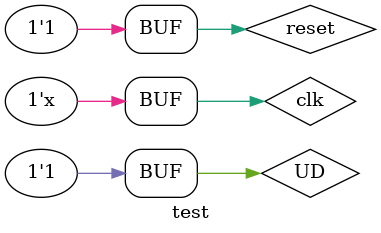
<source format=v>
`timescale 1ns / 1ps


module test;

	// Inputs
	reg clk;
	reg reset;
	reg UD;

	// Outputs
	wire [3:0] LED;

	// Instantiate the Unit Under Test (UUT)
	counter_ud uut (
		.clk(clk), 
		.reset(reset), 
		.UD(UD), 
		.LED(LED)
	);

	
		initial begin
		// Initialize Inputs
		clk = 0;
		reset = 0;
		//SW = 0;
		UD = 1;

		// Wait 100 ns for global reset to finish
		#10;
		reset = 1;
		#10;
		reset = 0;
		#10;
		reset =1;

		#210;
		
		UD=1;
		#30;
		UD=0;
		
		#200;
		UD=1;
		#200;
		
		
	end	
		
		always 
		begin 
		 #10;
		clk=~clk;
		end
		
        
		// Add stimulus here

	
      

      
endmodule


</source>
